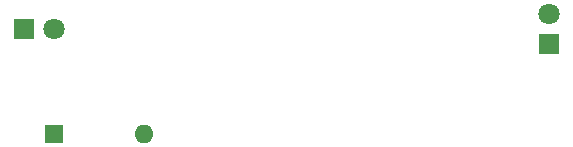
<source format=gbr>
%TF.GenerationSoftware,KiCad,Pcbnew,(5.1.7)-1*%
%TF.CreationDate,2020-12-06T23:47:07-03:00*%
%TF.ProjectId,Emisor,456d6973-6f72-42e6-9b69-6361645f7063,rev?*%
%TF.SameCoordinates,Original*%
%TF.FileFunction,Soldermask,Bot*%
%TF.FilePolarity,Negative*%
%FSLAX46Y46*%
G04 Gerber Fmt 4.6, Leading zero omitted, Abs format (unit mm)*
G04 Created by KiCad (PCBNEW (5.1.7)-1) date 2020-12-06 23:47:07*
%MOMM*%
%LPD*%
G01*
G04 APERTURE LIST*
%ADD10C,1.800000*%
%ADD11R,1.800000X1.800000*%
%ADD12O,1.600000X1.600000*%
%ADD13R,1.600000X1.600000*%
G04 APERTURE END LIST*
D10*
%TO.C,D2*%
X118110000Y-69850000D03*
D11*
X118110000Y-72390000D03*
%TD*%
D10*
%TO.C,D1*%
X76200000Y-71120000D03*
D11*
X73660000Y-71120000D03*
%TD*%
D12*
%TO.C,SW1*%
X83820000Y-80010000D03*
D13*
X76200000Y-80010000D03*
%TD*%
M02*

</source>
